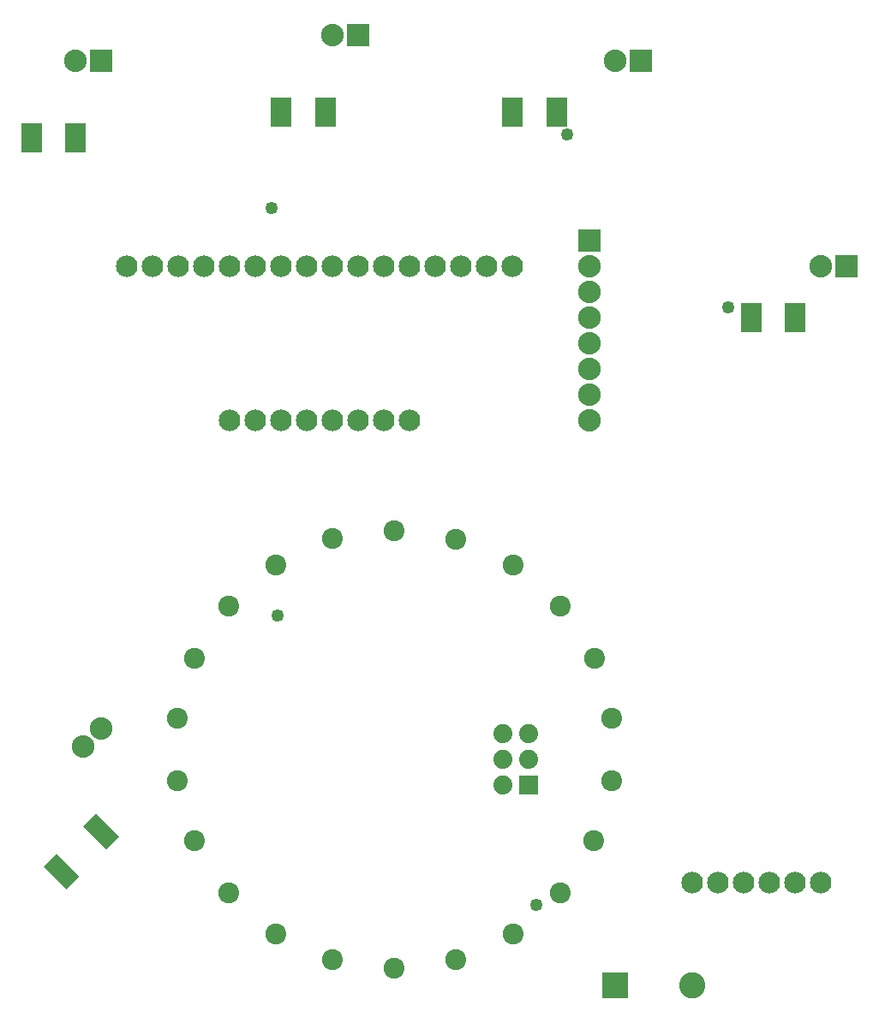
<source format=gbs>
G04 MADE WITH FRITZING*
G04 WWW.FRITZING.ORG*
G04 DOUBLE SIDED*
G04 HOLES PLATED*
G04 CONTOUR ON CENTER OF CONTOUR VECTOR*
%ASAXBY*%
%FSLAX23Y23*%
%MOIN*%
%OFA0B0*%
%SFA1.0B1.0*%
%ADD10C,0.102000*%
%ADD11C,0.081244*%
%ADD12C,0.074000*%
%ADD13C,0.088000*%
%ADD14C,0.084000*%
%ADD15C,0.049370*%
%ADD16R,0.102000X0.102000*%
%ADD17R,0.074000X0.074000*%
%ADD18R,0.088000X0.088000*%
%ADD19R,0.080866X0.116299*%
%ADD20C,0.030000*%
%ADD21C,0.010000*%
%LNMASK0*%
G90*
G70*
G54D10*
X2359Y78D03*
X2659Y78D03*
G54D11*
X1499Y1850D03*
X722Y1352D03*
X655Y1119D03*
X1038Y1715D03*
X653Y875D03*
G54D12*
X2021Y858D03*
X1921Y858D03*
X2021Y958D03*
X1921Y958D03*
X2021Y1058D03*
G54D11*
X722Y642D03*
G54D12*
X1921Y1058D03*
G54D11*
X854Y1556D03*
X1258Y1819D03*
X1037Y279D03*
X2344Y876D03*
X2344Y1119D03*
X2276Y1353D03*
X2144Y1556D03*
X1961Y1715D03*
X1739Y1816D03*
X1259Y178D03*
X1499Y144D03*
X1739Y178D03*
X1961Y279D03*
X2144Y439D03*
X2275Y643D03*
X854Y439D03*
G54D13*
X359Y1078D03*
X288Y1008D03*
G54D14*
X459Y2878D03*
X559Y2878D03*
X659Y2878D03*
X759Y2878D03*
X859Y2878D03*
X959Y2878D03*
X1059Y2878D03*
X1159Y2878D03*
X1259Y2878D03*
X1359Y2878D03*
X1459Y2878D03*
X1559Y2878D03*
X1659Y2878D03*
X1759Y2878D03*
X1859Y2878D03*
X1959Y2878D03*
X859Y2278D03*
X959Y2278D03*
X1059Y2278D03*
X1159Y2278D03*
X1259Y2278D03*
X1359Y2278D03*
X1459Y2278D03*
X1559Y2278D03*
G54D13*
X2259Y2978D03*
X2259Y2878D03*
X2259Y2778D03*
X2259Y2678D03*
X2259Y2578D03*
X2259Y2478D03*
X2259Y2378D03*
X2259Y2278D03*
X359Y3678D03*
X259Y3678D03*
X1359Y3778D03*
X1259Y3778D03*
X2459Y3678D03*
X2359Y3678D03*
X3259Y2878D03*
X3159Y2878D03*
G54D14*
X3159Y478D03*
X3059Y478D03*
X2959Y478D03*
X2859Y478D03*
X2759Y478D03*
X2659Y478D03*
G54D15*
X1044Y1520D03*
X1020Y3104D03*
X2172Y3392D03*
X2796Y2720D03*
X2052Y392D03*
G54D16*
X2359Y78D03*
G54D17*
X2021Y858D03*
G54D18*
X2259Y2978D03*
X359Y3678D03*
G54D19*
X259Y3378D03*
X86Y3378D03*
G54D18*
X1359Y3778D03*
G54D19*
X1059Y3478D03*
X1232Y3478D03*
G54D18*
X2459Y3678D03*
G54D19*
X1959Y3478D03*
X2132Y3478D03*
G54D18*
X3259Y2878D03*
G54D19*
X3059Y2678D03*
X2886Y2678D03*
G54D20*
G36*
X400Y1078D02*
X359Y1037D01*
X318Y1078D01*
X359Y1119D01*
X400Y1078D01*
G37*
D02*
G54D21*
G36*
X339Y748D02*
X428Y659D01*
X378Y609D01*
X289Y698D01*
X339Y748D01*
G37*
D02*
G36*
X183Y592D02*
X273Y503D01*
X222Y453D01*
X133Y542D01*
X183Y592D01*
G37*
D02*
G04 End of Mask0*
M02*
</source>
